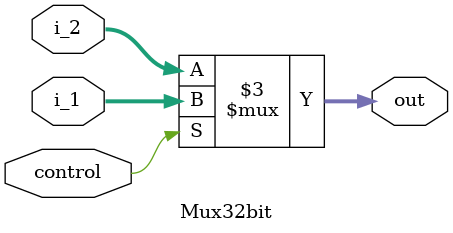
<source format=v>
`timescale 1ns / 1ps


module Mux32bit(control, i_1, i_2, out);
input control;
input [31:0] i_1;
input [31:0] i_2;
output reg [31:0] out;
always @(*) begin
    if(control)
        out <= i_1;
    else 
        out <= i_2;
end
endmodule

</source>
